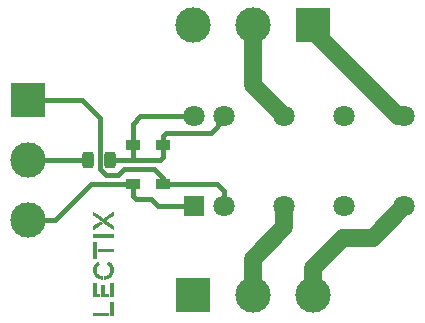
<source format=gtl>
G04 #@! TF.GenerationSoftware,KiCad,Pcbnew,6.0.9-8da3e8f707~116~ubuntu20.04.1*
G04 #@! TF.CreationDate,2023-04-19T17:14:30+00:00*
G04 #@! TF.ProjectId,LEC022001,4c454330-3232-4303-9031-2e6b69636164,rev?*
G04 #@! TF.SameCoordinates,Original*
G04 #@! TF.FileFunction,Copper,L1,Top*
G04 #@! TF.FilePolarity,Positive*
%FSLAX46Y46*%
G04 Gerber Fmt 4.6, Leading zero omitted, Abs format (unit mm)*
G04 Created by KiCad (PCBNEW 6.0.9-8da3e8f707~116~ubuntu20.04.1) date 2023-04-19 17:14:30*
%MOMM*%
%LPD*%
G01*
G04 APERTURE LIST*
G04 Aperture macros list*
%AMRoundRect*
0 Rectangle with rounded corners*
0 $1 Rounding radius*
0 $2 $3 $4 $5 $6 $7 $8 $9 X,Y pos of 4 corners*
0 Add a 4 corners polygon primitive as box body*
4,1,4,$2,$3,$4,$5,$6,$7,$8,$9,$2,$3,0*
0 Add four circle primitives for the rounded corners*
1,1,$1+$1,$2,$3*
1,1,$1+$1,$4,$5*
1,1,$1+$1,$6,$7*
1,1,$1+$1,$8,$9*
0 Add four rect primitives between the rounded corners*
20,1,$1+$1,$2,$3,$4,$5,0*
20,1,$1+$1,$4,$5,$6,$7,0*
20,1,$1+$1,$6,$7,$8,$9,0*
20,1,$1+$1,$8,$9,$2,$3,0*%
G04 Aperture macros list end*
G04 #@! TA.AperFunction,EtchedComponent*
%ADD10C,0.010000*%
G04 #@! TD*
G04 #@! TA.AperFunction,SMDPad,CuDef*
%ADD11R,1.200000X0.900000*%
G04 #@! TD*
G04 #@! TA.AperFunction,ComponentPad*
%ADD12R,3.000000X3.000000*%
G04 #@! TD*
G04 #@! TA.AperFunction,ComponentPad*
%ADD13C,3.000000*%
G04 #@! TD*
G04 #@! TA.AperFunction,ComponentPad*
%ADD14R,1.800000X1.800000*%
G04 #@! TD*
G04 #@! TA.AperFunction,ComponentPad*
%ADD15C,1.800000*%
G04 #@! TD*
G04 #@! TA.AperFunction,SMDPad,CuDef*
%ADD16RoundRect,0.243750X0.243750X0.456250X-0.243750X0.456250X-0.243750X-0.456250X0.243750X-0.456250X0*%
G04 #@! TD*
G04 #@! TA.AperFunction,Conductor*
%ADD17C,0.400000*%
G04 #@! TD*
G04 #@! TA.AperFunction,Conductor*
%ADD18C,1.500000*%
G04 #@! TD*
G04 APERTURE END LIST*
G04 #@! TO.C,LOGO1*
G36*
X95907860Y-93880940D02*
G01*
X96220280Y-93880940D01*
X96220280Y-94104460D01*
X95686880Y-94104460D01*
X95686880Y-93007180D01*
X95907860Y-93007180D01*
X95907860Y-93880940D01*
G37*
D10*
X95907860Y-93880940D02*
X96220280Y-93880940D01*
X96220280Y-94104460D01*
X95686880Y-94104460D01*
X95686880Y-93007180D01*
X95907860Y-93007180D01*
X95907860Y-93880940D01*
G36*
X96267001Y-87769871D02*
G01*
X96273439Y-87773923D01*
X96282779Y-87780183D01*
X96294461Y-87788245D01*
X96307928Y-87797707D01*
X96322622Y-87808162D01*
X96337984Y-87819207D01*
X96353457Y-87830438D01*
X96368483Y-87841449D01*
X96382504Y-87851838D01*
X96394962Y-87861199D01*
X96405298Y-87869128D01*
X96412955Y-87875221D01*
X96417375Y-87879073D01*
X96418247Y-87880190D01*
X96416223Y-87881929D01*
X96410295Y-87886496D01*
X96400671Y-87893736D01*
X96387561Y-87903498D01*
X96371174Y-87915627D01*
X96351719Y-87929971D01*
X96329405Y-87946375D01*
X96304442Y-87964687D01*
X96277037Y-87984753D01*
X96247402Y-88006421D01*
X96215743Y-88029535D01*
X96182272Y-88053944D01*
X96147196Y-88079494D01*
X96110724Y-88106032D01*
X96073067Y-88133404D01*
X96061493Y-88141810D01*
X96023445Y-88169442D01*
X95986468Y-88196293D01*
X95950772Y-88222211D01*
X95916572Y-88247040D01*
X95884081Y-88270626D01*
X95853511Y-88292814D01*
X95825075Y-88313451D01*
X95798985Y-88332382D01*
X95775456Y-88349452D01*
X95754699Y-88364507D01*
X95736927Y-88377392D01*
X95722354Y-88387953D01*
X95711192Y-88396036D01*
X95703654Y-88401486D01*
X95699952Y-88404149D01*
X95699630Y-88404375D01*
X95698417Y-88405123D01*
X95697412Y-88405285D01*
X95696595Y-88404437D01*
X95695947Y-88402156D01*
X95695449Y-88398019D01*
X95695081Y-88391601D01*
X95694823Y-88382478D01*
X95694655Y-88370228D01*
X95694559Y-88354427D01*
X95694514Y-88334651D01*
X95694500Y-88310475D01*
X95694499Y-88293446D01*
X95694500Y-88179032D01*
X95977044Y-87973731D01*
X96010835Y-87949201D01*
X96043537Y-87925507D01*
X96074909Y-87902820D01*
X96104714Y-87881311D01*
X96132711Y-87861152D01*
X96158663Y-87842513D01*
X96182329Y-87825565D01*
X96203470Y-87810480D01*
X96221848Y-87797429D01*
X96237223Y-87786582D01*
X96249356Y-87778111D01*
X96258009Y-87772186D01*
X96262942Y-87768979D01*
X96264021Y-87768430D01*
X96267001Y-87769871D01*
G37*
X96267001Y-87769871D02*
X96273439Y-87773923D01*
X96282779Y-87780183D01*
X96294461Y-87788245D01*
X96307928Y-87797707D01*
X96322622Y-87808162D01*
X96337984Y-87819207D01*
X96353457Y-87830438D01*
X96368483Y-87841449D01*
X96382504Y-87851838D01*
X96394962Y-87861199D01*
X96405298Y-87869128D01*
X96412955Y-87875221D01*
X96417375Y-87879073D01*
X96418247Y-87880190D01*
X96416223Y-87881929D01*
X96410295Y-87886496D01*
X96400671Y-87893736D01*
X96387561Y-87903498D01*
X96371174Y-87915627D01*
X96351719Y-87929971D01*
X96329405Y-87946375D01*
X96304442Y-87964687D01*
X96277037Y-87984753D01*
X96247402Y-88006421D01*
X96215743Y-88029535D01*
X96182272Y-88053944D01*
X96147196Y-88079494D01*
X96110724Y-88106032D01*
X96073067Y-88133404D01*
X96061493Y-88141810D01*
X96023445Y-88169442D01*
X95986468Y-88196293D01*
X95950772Y-88222211D01*
X95916572Y-88247040D01*
X95884081Y-88270626D01*
X95853511Y-88292814D01*
X95825075Y-88313451D01*
X95798985Y-88332382D01*
X95775456Y-88349452D01*
X95754699Y-88364507D01*
X95736927Y-88377392D01*
X95722354Y-88387953D01*
X95711192Y-88396036D01*
X95703654Y-88401486D01*
X95699952Y-88404149D01*
X95699630Y-88404375D01*
X95698417Y-88405123D01*
X95697412Y-88405285D01*
X95696595Y-88404437D01*
X95695947Y-88402156D01*
X95695449Y-88398019D01*
X95695081Y-88391601D01*
X95694823Y-88382478D01*
X95694655Y-88370228D01*
X95694559Y-88354427D01*
X95694514Y-88334651D01*
X95694500Y-88310475D01*
X95694499Y-88293446D01*
X95694500Y-88179032D01*
X95977044Y-87973731D01*
X96010835Y-87949201D01*
X96043537Y-87925507D01*
X96074909Y-87902820D01*
X96104714Y-87881311D01*
X96132711Y-87861152D01*
X96158663Y-87842513D01*
X96182329Y-87825565D01*
X96203470Y-87810480D01*
X96221848Y-87797429D01*
X96237223Y-87786582D01*
X96249356Y-87778111D01*
X96258009Y-87772186D01*
X96262942Y-87768979D01*
X96264021Y-87768430D01*
X96267001Y-87769871D01*
G36*
X97365820Y-89042240D02*
G01*
X95694500Y-89042240D01*
X95694500Y-88821260D01*
X97365820Y-88821260D01*
X97365820Y-89042240D01*
G37*
X97365820Y-89042240D02*
X95694500Y-89042240D01*
X95694500Y-88821260D01*
X97365820Y-88821260D01*
X97365820Y-89042240D01*
G36*
X96629220Y-93880940D02*
G01*
X96972120Y-93880940D01*
X96972120Y-94101920D01*
X96405700Y-94101920D01*
X96405700Y-93121480D01*
X96629220Y-93121480D01*
X96629220Y-93880940D01*
G37*
X96629220Y-93880940D02*
X96972120Y-93880940D01*
X96972120Y-94101920D01*
X96405700Y-94101920D01*
X96405700Y-93121480D01*
X96629220Y-93121480D01*
X96629220Y-93880940D01*
G36*
X96972120Y-95699580D02*
G01*
X95697040Y-95699580D01*
X95697040Y-95478600D01*
X96972120Y-95478600D01*
X96972120Y-95699580D01*
G37*
X96972120Y-95699580D02*
X95697040Y-95699580D01*
X95697040Y-95478600D01*
X96972120Y-95478600D01*
X96972120Y-95699580D01*
G36*
X96119183Y-87237852D02*
G01*
X96160298Y-87267936D01*
X96200325Y-87297213D01*
X96239069Y-87325542D01*
X96276338Y-87352783D01*
X96311940Y-87378794D01*
X96345680Y-87403434D01*
X96377366Y-87426564D01*
X96406806Y-87448043D01*
X96433806Y-87467729D01*
X96458172Y-87485482D01*
X96479713Y-87501161D01*
X96498236Y-87514626D01*
X96513546Y-87525735D01*
X96525452Y-87534349D01*
X96533760Y-87540326D01*
X96538277Y-87543526D01*
X96539087Y-87544054D01*
X96541269Y-87542593D01*
X96547370Y-87538293D01*
X96557192Y-87531297D01*
X96570541Y-87521744D01*
X96587220Y-87509776D01*
X96607032Y-87495535D01*
X96629783Y-87479162D01*
X96655275Y-87460798D01*
X96683314Y-87440584D01*
X96713701Y-87418663D01*
X96746243Y-87395175D01*
X96780742Y-87370261D01*
X96817003Y-87344062D01*
X96854829Y-87316721D01*
X96894025Y-87288378D01*
X96934395Y-87259175D01*
X96950766Y-87247329D01*
X96991564Y-87217810D01*
X97031274Y-87189087D01*
X97069701Y-87161301D01*
X97106647Y-87134595D01*
X97141916Y-87109111D01*
X97175310Y-87084990D01*
X97206635Y-87062374D01*
X97235692Y-87041405D01*
X97262285Y-87022225D01*
X97286218Y-87004975D01*
X97307293Y-86989798D01*
X97325315Y-86976836D01*
X97340086Y-86966230D01*
X97351411Y-86958122D01*
X97359091Y-86952654D01*
X97362932Y-86949967D01*
X97363347Y-86949704D01*
X97363981Y-86951984D01*
X97364522Y-86959178D01*
X97364969Y-86971122D01*
X97365317Y-86987651D01*
X97365563Y-87008600D01*
X97365703Y-87033804D01*
X97365734Y-87062734D01*
X97365649Y-87176610D01*
X97031780Y-87417910D01*
X96995037Y-87444474D01*
X96959426Y-87470235D01*
X96925163Y-87495035D01*
X96892466Y-87518717D01*
X96861550Y-87541124D01*
X96832632Y-87562098D01*
X96805929Y-87581483D01*
X96781658Y-87599120D01*
X96760034Y-87614853D01*
X96741274Y-87628525D01*
X96725596Y-87639977D01*
X96713215Y-87649052D01*
X96704347Y-87655594D01*
X96699211Y-87659444D01*
X96697933Y-87660480D01*
X96699950Y-87662094D01*
X96705854Y-87666545D01*
X96715427Y-87673676D01*
X96728455Y-87683326D01*
X96744722Y-87695339D01*
X96764010Y-87709553D01*
X96786106Y-87725812D01*
X96810791Y-87743956D01*
X96837851Y-87763827D01*
X96867070Y-87785266D01*
X96898231Y-87808113D01*
X96931119Y-87832211D01*
X96965518Y-87857400D01*
X97001211Y-87883523D01*
X97029644Y-87904320D01*
X97066214Y-87931075D01*
X97101667Y-87957035D01*
X97135786Y-87982039D01*
X97168355Y-88005928D01*
X97199156Y-88028542D01*
X97227973Y-88049721D01*
X97254589Y-88069307D01*
X97278787Y-88087137D01*
X97300350Y-88103054D01*
X97319061Y-88116898D01*
X97334704Y-88128507D01*
X97347061Y-88137724D01*
X97355916Y-88144387D01*
X97361051Y-88148338D01*
X97362335Y-88149430D01*
X97362529Y-88152426D01*
X97362680Y-88159975D01*
X97362789Y-88171550D01*
X97362853Y-88186625D01*
X97362870Y-88204673D01*
X97362839Y-88225167D01*
X97362759Y-88247581D01*
X97362672Y-88264352D01*
X97362010Y-88376733D01*
X96533970Y-87770775D01*
X96475907Y-87728283D01*
X96418878Y-87686543D01*
X96363019Y-87645657D01*
X96308469Y-87605724D01*
X96255363Y-87566846D01*
X96203839Y-87529122D01*
X96154036Y-87492653D01*
X96106089Y-87457541D01*
X96060136Y-87423885D01*
X96016314Y-87391786D01*
X95974761Y-87361345D01*
X95935614Y-87332662D01*
X95899011Y-87305838D01*
X95865087Y-87280973D01*
X95833981Y-87258168D01*
X95805831Y-87237523D01*
X95780772Y-87219140D01*
X95758943Y-87203118D01*
X95740481Y-87189559D01*
X95725522Y-87178563D01*
X95714205Y-87170229D01*
X95706667Y-87164660D01*
X95703044Y-87161955D01*
X95702728Y-87161706D01*
X95701936Y-87159871D01*
X95701292Y-87155807D01*
X95700789Y-87149140D01*
X95700418Y-87139496D01*
X95700171Y-87126503D01*
X95700039Y-87109788D01*
X95700016Y-87088976D01*
X95700092Y-87063696D01*
X95700188Y-87045150D01*
X95700850Y-86931704D01*
X96119183Y-87237852D01*
G37*
X96119183Y-87237852D02*
X96160298Y-87267936D01*
X96200325Y-87297213D01*
X96239069Y-87325542D01*
X96276338Y-87352783D01*
X96311940Y-87378794D01*
X96345680Y-87403434D01*
X96377366Y-87426564D01*
X96406806Y-87448043D01*
X96433806Y-87467729D01*
X96458172Y-87485482D01*
X96479713Y-87501161D01*
X96498236Y-87514626D01*
X96513546Y-87525735D01*
X96525452Y-87534349D01*
X96533760Y-87540326D01*
X96538277Y-87543526D01*
X96539087Y-87544054D01*
X96541269Y-87542593D01*
X96547370Y-87538293D01*
X96557192Y-87531297D01*
X96570541Y-87521744D01*
X96587220Y-87509776D01*
X96607032Y-87495535D01*
X96629783Y-87479162D01*
X96655275Y-87460798D01*
X96683314Y-87440584D01*
X96713701Y-87418663D01*
X96746243Y-87395175D01*
X96780742Y-87370261D01*
X96817003Y-87344062D01*
X96854829Y-87316721D01*
X96894025Y-87288378D01*
X96934395Y-87259175D01*
X96950766Y-87247329D01*
X96991564Y-87217810D01*
X97031274Y-87189087D01*
X97069701Y-87161301D01*
X97106647Y-87134595D01*
X97141916Y-87109111D01*
X97175310Y-87084990D01*
X97206635Y-87062374D01*
X97235692Y-87041405D01*
X97262285Y-87022225D01*
X97286218Y-87004975D01*
X97307293Y-86989798D01*
X97325315Y-86976836D01*
X97340086Y-86966230D01*
X97351411Y-86958122D01*
X97359091Y-86952654D01*
X97362932Y-86949967D01*
X97363347Y-86949704D01*
X97363981Y-86951984D01*
X97364522Y-86959178D01*
X97364969Y-86971122D01*
X97365317Y-86987651D01*
X97365563Y-87008600D01*
X97365703Y-87033804D01*
X97365734Y-87062734D01*
X97365649Y-87176610D01*
X97031780Y-87417910D01*
X96995037Y-87444474D01*
X96959426Y-87470235D01*
X96925163Y-87495035D01*
X96892466Y-87518717D01*
X96861550Y-87541124D01*
X96832632Y-87562098D01*
X96805929Y-87581483D01*
X96781658Y-87599120D01*
X96760034Y-87614853D01*
X96741274Y-87628525D01*
X96725596Y-87639977D01*
X96713215Y-87649052D01*
X96704347Y-87655594D01*
X96699211Y-87659444D01*
X96697933Y-87660480D01*
X96699950Y-87662094D01*
X96705854Y-87666545D01*
X96715427Y-87673676D01*
X96728455Y-87683326D01*
X96744722Y-87695339D01*
X96764010Y-87709553D01*
X96786106Y-87725812D01*
X96810791Y-87743956D01*
X96837851Y-87763827D01*
X96867070Y-87785266D01*
X96898231Y-87808113D01*
X96931119Y-87832211D01*
X96965518Y-87857400D01*
X97001211Y-87883523D01*
X97029644Y-87904320D01*
X97066214Y-87931075D01*
X97101667Y-87957035D01*
X97135786Y-87982039D01*
X97168355Y-88005928D01*
X97199156Y-88028542D01*
X97227973Y-88049721D01*
X97254589Y-88069307D01*
X97278787Y-88087137D01*
X97300350Y-88103054D01*
X97319061Y-88116898D01*
X97334704Y-88128507D01*
X97347061Y-88137724D01*
X97355916Y-88144387D01*
X97361051Y-88148338D01*
X97362335Y-88149430D01*
X97362529Y-88152426D01*
X97362680Y-88159975D01*
X97362789Y-88171550D01*
X97362853Y-88186625D01*
X97362870Y-88204673D01*
X97362839Y-88225167D01*
X97362759Y-88247581D01*
X97362672Y-88264352D01*
X97362010Y-88376733D01*
X96533970Y-87770775D01*
X96475907Y-87728283D01*
X96418878Y-87686543D01*
X96363019Y-87645657D01*
X96308469Y-87605724D01*
X96255363Y-87566846D01*
X96203839Y-87529122D01*
X96154036Y-87492653D01*
X96106089Y-87457541D01*
X96060136Y-87423885D01*
X96016314Y-87391786D01*
X95974761Y-87361345D01*
X95935614Y-87332662D01*
X95899011Y-87305838D01*
X95865087Y-87280973D01*
X95833981Y-87258168D01*
X95805831Y-87237523D01*
X95780772Y-87219140D01*
X95758943Y-87203118D01*
X95740481Y-87189559D01*
X95725522Y-87178563D01*
X95714205Y-87170229D01*
X95706667Y-87164660D01*
X95703044Y-87161955D01*
X95702728Y-87161706D01*
X95701936Y-87159871D01*
X95701292Y-87155807D01*
X95700789Y-87149140D01*
X95700418Y-87139496D01*
X95700171Y-87126503D01*
X95700039Y-87109788D01*
X95700016Y-87088976D01*
X95700092Y-87063696D01*
X95700188Y-87045150D01*
X95700850Y-86931704D01*
X96119183Y-87237852D01*
G36*
X96982864Y-91164350D02*
G01*
X96988246Y-91166764D01*
X96996130Y-91171171D01*
X97007022Y-91177839D01*
X97021432Y-91187037D01*
X97026730Y-91190468D01*
X97077247Y-91226255D01*
X97124456Y-91265767D01*
X97168181Y-91308747D01*
X97208245Y-91354939D01*
X97244473Y-91404085D01*
X97276690Y-91455929D01*
X97304719Y-91510214D01*
X97328386Y-91566683D01*
X97347513Y-91625078D01*
X97360608Y-91678614D01*
X97364715Y-91699549D01*
X97367937Y-91718693D01*
X97370387Y-91737214D01*
X97372177Y-91756279D01*
X97373419Y-91777056D01*
X97374226Y-91800714D01*
X97374665Y-91824810D01*
X97374860Y-91843035D01*
X97374960Y-91859929D01*
X97374966Y-91874719D01*
X97374880Y-91886633D01*
X97374704Y-91894897D01*
X97374485Y-91898470D01*
X97373741Y-91904358D01*
X97372630Y-91913690D01*
X97371341Y-91924862D01*
X97370735Y-91930220D01*
X97362047Y-91985997D01*
X97348574Y-92041993D01*
X97330545Y-92097599D01*
X97308188Y-92152206D01*
X97281731Y-92205203D01*
X97251401Y-92255981D01*
X97245955Y-92264230D01*
X97225098Y-92294202D01*
X97204653Y-92320956D01*
X97183317Y-92346058D01*
X97159790Y-92371073D01*
X97144501Y-92386282D01*
X97097656Y-92428480D01*
X97048179Y-92466384D01*
X96996236Y-92499914D01*
X96941994Y-92528986D01*
X96885618Y-92553518D01*
X96827274Y-92573426D01*
X96767129Y-92588629D01*
X96721477Y-92596813D01*
X96712261Y-92598020D01*
X96699810Y-92599423D01*
X96685307Y-92600913D01*
X96669937Y-92602382D01*
X96654885Y-92603719D01*
X96641334Y-92604815D01*
X96630470Y-92605562D01*
X96623505Y-92605850D01*
X96623107Y-92603398D01*
X96622738Y-92596379D01*
X96622405Y-92585308D01*
X96622119Y-92570696D01*
X96621886Y-92553059D01*
X96621717Y-92532909D01*
X96621620Y-92510759D01*
X96621600Y-92494481D01*
X96621600Y-92383101D01*
X96655255Y-92381598D01*
X96704642Y-92376880D01*
X96753391Y-92367286D01*
X96801126Y-92353012D01*
X96847472Y-92334257D01*
X96892055Y-92311216D01*
X96934500Y-92284087D01*
X96974432Y-92253067D01*
X97011476Y-92218352D01*
X97045258Y-92180140D01*
X97050066Y-92174060D01*
X97078193Y-92133962D01*
X97102754Y-92090655D01*
X97123491Y-92044786D01*
X97140147Y-91997001D01*
X97152466Y-91947946D01*
X97160191Y-91898267D01*
X97160331Y-91896939D01*
X97161812Y-91875583D01*
X97162277Y-91850988D01*
X97161784Y-91824830D01*
X97160393Y-91798784D01*
X97158161Y-91774525D01*
X97155369Y-91754960D01*
X97143968Y-91704580D01*
X97128011Y-91655829D01*
X97107722Y-91609027D01*
X97083326Y-91564494D01*
X97055050Y-91522553D01*
X97023119Y-91483523D01*
X96987757Y-91447725D01*
X96949189Y-91415479D01*
X96907642Y-91387107D01*
X96889570Y-91376541D01*
X96881866Y-91372236D01*
X96876162Y-91369023D01*
X96873660Y-91367581D01*
X96873648Y-91367572D01*
X96874589Y-91365282D01*
X96877586Y-91359034D01*
X96882356Y-91349378D01*
X96888617Y-91336866D01*
X96896087Y-91322050D01*
X96904484Y-91305482D01*
X96913526Y-91287712D01*
X96922930Y-91269291D01*
X96932414Y-91250773D01*
X96941697Y-91232708D01*
X96950496Y-91215647D01*
X96958530Y-91200143D01*
X96965515Y-91186746D01*
X96971170Y-91176008D01*
X96975212Y-91168481D01*
X96977360Y-91164716D01*
X96977574Y-91164421D01*
X96979476Y-91163658D01*
X96982864Y-91164350D01*
G37*
X96982864Y-91164350D02*
X96988246Y-91166764D01*
X96996130Y-91171171D01*
X97007022Y-91177839D01*
X97021432Y-91187037D01*
X97026730Y-91190468D01*
X97077247Y-91226255D01*
X97124456Y-91265767D01*
X97168181Y-91308747D01*
X97208245Y-91354939D01*
X97244473Y-91404085D01*
X97276690Y-91455929D01*
X97304719Y-91510214D01*
X97328386Y-91566683D01*
X97347513Y-91625078D01*
X97360608Y-91678614D01*
X97364715Y-91699549D01*
X97367937Y-91718693D01*
X97370387Y-91737214D01*
X97372177Y-91756279D01*
X97373419Y-91777056D01*
X97374226Y-91800714D01*
X97374665Y-91824810D01*
X97374860Y-91843035D01*
X97374960Y-91859929D01*
X97374966Y-91874719D01*
X97374880Y-91886633D01*
X97374704Y-91894897D01*
X97374485Y-91898470D01*
X97373741Y-91904358D01*
X97372630Y-91913690D01*
X97371341Y-91924862D01*
X97370735Y-91930220D01*
X97362047Y-91985997D01*
X97348574Y-92041993D01*
X97330545Y-92097599D01*
X97308188Y-92152206D01*
X97281731Y-92205203D01*
X97251401Y-92255981D01*
X97245955Y-92264230D01*
X97225098Y-92294202D01*
X97204653Y-92320956D01*
X97183317Y-92346058D01*
X97159790Y-92371073D01*
X97144501Y-92386282D01*
X97097656Y-92428480D01*
X97048179Y-92466384D01*
X96996236Y-92499914D01*
X96941994Y-92528986D01*
X96885618Y-92553518D01*
X96827274Y-92573426D01*
X96767129Y-92588629D01*
X96721477Y-92596813D01*
X96712261Y-92598020D01*
X96699810Y-92599423D01*
X96685307Y-92600913D01*
X96669937Y-92602382D01*
X96654885Y-92603719D01*
X96641334Y-92604815D01*
X96630470Y-92605562D01*
X96623505Y-92605850D01*
X96623107Y-92603398D01*
X96622738Y-92596379D01*
X96622405Y-92585308D01*
X96622119Y-92570696D01*
X96621886Y-92553059D01*
X96621717Y-92532909D01*
X96621620Y-92510759D01*
X96621600Y-92494481D01*
X96621600Y-92383101D01*
X96655255Y-92381598D01*
X96704642Y-92376880D01*
X96753391Y-92367286D01*
X96801126Y-92353012D01*
X96847472Y-92334257D01*
X96892055Y-92311216D01*
X96934500Y-92284087D01*
X96974432Y-92253067D01*
X97011476Y-92218352D01*
X97045258Y-92180140D01*
X97050066Y-92174060D01*
X97078193Y-92133962D01*
X97102754Y-92090655D01*
X97123491Y-92044786D01*
X97140147Y-91997001D01*
X97152466Y-91947946D01*
X97160191Y-91898267D01*
X97160331Y-91896939D01*
X97161812Y-91875583D01*
X97162277Y-91850988D01*
X97161784Y-91824830D01*
X97160393Y-91798784D01*
X97158161Y-91774525D01*
X97155369Y-91754960D01*
X97143968Y-91704580D01*
X97128011Y-91655829D01*
X97107722Y-91609027D01*
X97083326Y-91564494D01*
X97055050Y-91522553D01*
X97023119Y-91483523D01*
X96987757Y-91447725D01*
X96949189Y-91415479D01*
X96907642Y-91387107D01*
X96889570Y-91376541D01*
X96881866Y-91372236D01*
X96876162Y-91369023D01*
X96873660Y-91367581D01*
X96873648Y-91367572D01*
X96874589Y-91365282D01*
X96877586Y-91359034D01*
X96882356Y-91349378D01*
X96888617Y-91336866D01*
X96896087Y-91322050D01*
X96904484Y-91305482D01*
X96913526Y-91287712D01*
X96922930Y-91269291D01*
X96932414Y-91250773D01*
X96941697Y-91232708D01*
X96950496Y-91215647D01*
X96958530Y-91200143D01*
X96965515Y-91186746D01*
X96971170Y-91176008D01*
X96975212Y-91168481D01*
X96977360Y-91164716D01*
X96977574Y-91164421D01*
X96979476Y-91163658D01*
X96982864Y-91164350D01*
G36*
X97365820Y-90289380D02*
G01*
X96083120Y-90289380D01*
X96083120Y-90068400D01*
X97365820Y-90068400D01*
X97365820Y-90289380D01*
G37*
X97365820Y-90289380D02*
X96083120Y-90289380D01*
X96083120Y-90068400D01*
X97365820Y-90068400D01*
X97365820Y-90289380D01*
G36*
X97373440Y-94099380D02*
G01*
X97149920Y-94099380D01*
X97149920Y-93007180D01*
X97373440Y-93007180D01*
X97373440Y-94099380D01*
G37*
X97373440Y-94099380D02*
X97149920Y-94099380D01*
X97149920Y-93007180D01*
X97373440Y-93007180D01*
X97373440Y-94099380D01*
G36*
X96068046Y-91200073D02*
G01*
X96069794Y-91202384D01*
X96073936Y-91208416D01*
X96080116Y-91217624D01*
X96087976Y-91229459D01*
X96097159Y-91243373D01*
X96107308Y-91258819D01*
X96118066Y-91275250D01*
X96129075Y-91292117D01*
X96139979Y-91308873D01*
X96150419Y-91324971D01*
X96160039Y-91339862D01*
X96168482Y-91353000D01*
X96175390Y-91363835D01*
X96180407Y-91371822D01*
X96183174Y-91376412D01*
X96183584Y-91377206D01*
X96182718Y-91380032D01*
X96178095Y-91384095D01*
X96169339Y-91389695D01*
X96163914Y-91392816D01*
X96136428Y-91409911D01*
X96108002Y-91430573D01*
X96079852Y-91453771D01*
X96053197Y-91478472D01*
X96029254Y-91503644D01*
X96019140Y-91515520D01*
X95989172Y-91556154D01*
X95963127Y-91599753D01*
X95941226Y-91645804D01*
X95923690Y-91693792D01*
X95910740Y-91743203D01*
X95903813Y-91783548D01*
X95901768Y-91805054D01*
X95900722Y-91829779D01*
X95900637Y-91856240D01*
X95901480Y-91882955D01*
X95903214Y-91908443D01*
X95905804Y-91931221D01*
X95907603Y-91942174D01*
X95919608Y-91992714D01*
X95936099Y-92041225D01*
X95956857Y-92087466D01*
X95981666Y-92131196D01*
X96010308Y-92172174D01*
X96042566Y-92210159D01*
X96078223Y-92244910D01*
X96117062Y-92276186D01*
X96158864Y-92303748D01*
X96203413Y-92327352D01*
X96250492Y-92346760D01*
X96281621Y-92356801D01*
X96326052Y-92367444D01*
X96372105Y-92374072D01*
X96410145Y-92376568D01*
X96451420Y-92377972D01*
X96451420Y-92598969D01*
X96406335Y-92597493D01*
X96346765Y-92593049D01*
X96288219Y-92583761D01*
X96230945Y-92569804D01*
X96175192Y-92551357D01*
X96121206Y-92528595D01*
X96069239Y-92501694D01*
X96019537Y-92470832D01*
X95972349Y-92436184D01*
X95927923Y-92397927D01*
X95886510Y-92356238D01*
X95848355Y-92311292D01*
X95813709Y-92263267D01*
X95782820Y-92212339D01*
X95755936Y-92158684D01*
X95742046Y-92125800D01*
X95723465Y-92072923D01*
X95708763Y-92018211D01*
X95697716Y-91960795D01*
X95695434Y-91945460D01*
X95693688Y-91929281D01*
X95692339Y-91909218D01*
X95691399Y-91886456D01*
X95690875Y-91862175D01*
X95690777Y-91837559D01*
X95691115Y-91813791D01*
X95691898Y-91792051D01*
X95693135Y-91773524D01*
X95694013Y-91765120D01*
X95704111Y-91703464D01*
X95718858Y-91643518D01*
X95738120Y-91585498D01*
X95761760Y-91529620D01*
X95789642Y-91476099D01*
X95821632Y-91425150D01*
X95857592Y-91376988D01*
X95897388Y-91331829D01*
X95940884Y-91289889D01*
X95987944Y-91251383D01*
X96038433Y-91216525D01*
X96040462Y-91215247D01*
X96050604Y-91209050D01*
X96059176Y-91204127D01*
X96065284Y-91200968D01*
X96068034Y-91200067D01*
X96068046Y-91200073D01*
G37*
X96068046Y-91200073D02*
X96069794Y-91202384D01*
X96073936Y-91208416D01*
X96080116Y-91217624D01*
X96087976Y-91229459D01*
X96097159Y-91243373D01*
X96107308Y-91258819D01*
X96118066Y-91275250D01*
X96129075Y-91292117D01*
X96139979Y-91308873D01*
X96150419Y-91324971D01*
X96160039Y-91339862D01*
X96168482Y-91353000D01*
X96175390Y-91363835D01*
X96180407Y-91371822D01*
X96183174Y-91376412D01*
X96183584Y-91377206D01*
X96182718Y-91380032D01*
X96178095Y-91384095D01*
X96169339Y-91389695D01*
X96163914Y-91392816D01*
X96136428Y-91409911D01*
X96108002Y-91430573D01*
X96079852Y-91453771D01*
X96053197Y-91478472D01*
X96029254Y-91503644D01*
X96019140Y-91515520D01*
X95989172Y-91556154D01*
X95963127Y-91599753D01*
X95941226Y-91645804D01*
X95923690Y-91693792D01*
X95910740Y-91743203D01*
X95903813Y-91783548D01*
X95901768Y-91805054D01*
X95900722Y-91829779D01*
X95900637Y-91856240D01*
X95901480Y-91882955D01*
X95903214Y-91908443D01*
X95905804Y-91931221D01*
X95907603Y-91942174D01*
X95919608Y-91992714D01*
X95936099Y-92041225D01*
X95956857Y-92087466D01*
X95981666Y-92131196D01*
X96010308Y-92172174D01*
X96042566Y-92210159D01*
X96078223Y-92244910D01*
X96117062Y-92276186D01*
X96158864Y-92303748D01*
X96203413Y-92327352D01*
X96250492Y-92346760D01*
X96281621Y-92356801D01*
X96326052Y-92367444D01*
X96372105Y-92374072D01*
X96410145Y-92376568D01*
X96451420Y-92377972D01*
X96451420Y-92598969D01*
X96406335Y-92597493D01*
X96346765Y-92593049D01*
X96288219Y-92583761D01*
X96230945Y-92569804D01*
X96175192Y-92551357D01*
X96121206Y-92528595D01*
X96069239Y-92501694D01*
X96019537Y-92470832D01*
X95972349Y-92436184D01*
X95927923Y-92397927D01*
X95886510Y-92356238D01*
X95848355Y-92311292D01*
X95813709Y-92263267D01*
X95782820Y-92212339D01*
X95755936Y-92158684D01*
X95742046Y-92125800D01*
X95723465Y-92072923D01*
X95708763Y-92018211D01*
X95697716Y-91960795D01*
X95695434Y-91945460D01*
X95693688Y-91929281D01*
X95692339Y-91909218D01*
X95691399Y-91886456D01*
X95690875Y-91862175D01*
X95690777Y-91837559D01*
X95691115Y-91813791D01*
X95691898Y-91792051D01*
X95693135Y-91773524D01*
X95694013Y-91765120D01*
X95704111Y-91703464D01*
X95718858Y-91643518D01*
X95738120Y-91585498D01*
X95761760Y-91529620D01*
X95789642Y-91476099D01*
X95821632Y-91425150D01*
X95857592Y-91376988D01*
X95897388Y-91331829D01*
X95940884Y-91289889D01*
X95987944Y-91251383D01*
X96038433Y-91216525D01*
X96040462Y-91215247D01*
X96050604Y-91209050D01*
X96059176Y-91204127D01*
X96065284Y-91200968D01*
X96068034Y-91200067D01*
X96068046Y-91200073D01*
G36*
X95915480Y-90858340D02*
G01*
X95694500Y-90858340D01*
X95694500Y-89489280D01*
X95915480Y-89489280D01*
X95915480Y-90858340D01*
G37*
X95915480Y-90858340D02*
X95694500Y-90858340D01*
X95694500Y-89489280D01*
X95915480Y-89489280D01*
X95915480Y-90858340D01*
G36*
X97373440Y-95699580D02*
G01*
X97149920Y-95699580D01*
X97149920Y-94551500D01*
X97373440Y-94551500D01*
X97373440Y-95699580D01*
G37*
X97373440Y-95699580D02*
X97149920Y-95699580D01*
X97149920Y-94551500D01*
X97373440Y-94551500D01*
X97373440Y-95699580D01*
G04 #@! TD*
D11*
G04 #@! TO.P,D1,1*
G04 #@! TO.N,/S*
X99060000Y-84580000D03*
G04 #@! TO.P,D1,2*
G04 #@! TO.N,Net-(D1-Pad2)*
X99060000Y-81280000D03*
G04 #@! TD*
G04 #@! TO.P,D2,1*
G04 #@! TO.N,/R*
X101600000Y-84580000D03*
G04 #@! TO.P,D2,2*
G04 #@! TO.N,Net-(D1-Pad2)*
X101600000Y-81280000D03*
G04 #@! TD*
D12*
G04 #@! TO.P,J2,1*
G04 #@! TO.N,/R1*
X104140000Y-93980000D03*
D13*
G04 #@! TO.P,J2,2*
G04 #@! TO.N,/C1*
X109220000Y-93980000D03*
G04 #@! TO.P,J2,3*
G04 #@! TO.N,/S1*
X114300000Y-93980000D03*
G04 #@! TD*
D12*
G04 #@! TO.P,J3,1*
G04 #@! TO.N,/S2*
X114300000Y-71120000D03*
D13*
G04 #@! TO.P,J3,2*
G04 #@! TO.N,/C2*
X109220000Y-71120000D03*
G04 #@! TO.P,J3,3*
G04 #@! TO.N,/R2*
X104140000Y-71120000D03*
G04 #@! TD*
D14*
G04 #@! TO.P,K1,1*
G04 #@! TO.N,/S*
X104267000Y-86487000D03*
D15*
G04 #@! TO.P,K1,2*
G04 #@! TO.N,/R*
X106807000Y-86487000D03*
G04 #@! TO.P,K1,4*
G04 #@! TO.N,/C1*
X111887000Y-86487000D03*
G04 #@! TO.P,K1,6*
G04 #@! TO.N,/R1*
X116967000Y-86487000D03*
G04 #@! TO.P,K1,8*
G04 #@! TO.N,/S1*
X122047000Y-86487000D03*
G04 #@! TO.P,K1,9*
G04 #@! TO.N,/S2*
X122047000Y-78867000D03*
G04 #@! TO.P,K1,11*
G04 #@! TO.N,/R2*
X116967000Y-78867000D03*
G04 #@! TO.P,K1,13*
G04 #@! TO.N,/C2*
X111887000Y-78867000D03*
G04 #@! TO.P,K1,15*
G04 #@! TO.N,Net-(D1-Pad2)*
X106807000Y-78867000D03*
G04 #@! TO.P,K1,16*
X104267000Y-78867000D03*
G04 #@! TD*
D12*
G04 #@! TO.P,J1,1*
G04 #@! TO.N,/R*
X90170000Y-77470000D03*
D13*
G04 #@! TO.P,J1,2*
G04 #@! TO.N,/C*
X90170000Y-82550000D03*
G04 #@! TO.P,J1,3*
G04 #@! TO.N,/S*
X90170000Y-87630000D03*
G04 #@! TD*
D16*
G04 #@! TO.P,R1,1*
G04 #@! TO.N,Net-(D1-Pad2)*
X97125000Y-82550000D03*
G04 #@! TO.P,R1,2*
G04 #@! TO.N,/C*
X95250000Y-82550000D03*
G04 #@! TD*
D17*
G04 #@! TO.N,Net-(D1-Pad2)*
X106807000Y-78867000D02*
X106807000Y-79121000D01*
X101854000Y-80264000D02*
X101600000Y-80518000D01*
X106807000Y-79121000D02*
X105664000Y-80264000D01*
X101346000Y-82550000D02*
X101600000Y-82296000D01*
X97125000Y-82550000D02*
X99060000Y-82550000D01*
X104267000Y-78867000D02*
X99695000Y-78867000D01*
X101600000Y-82296000D02*
X101600000Y-81280000D01*
X99060000Y-79502000D02*
X99060000Y-81280000D01*
X105664000Y-80264000D02*
X101854000Y-80264000D01*
X99060000Y-81280000D02*
X99060000Y-82550000D01*
X99060000Y-82550000D02*
X101346000Y-82550000D01*
X99695000Y-78867000D02*
X99060000Y-79502000D01*
X101600000Y-80518000D02*
X101600000Y-81280000D01*
G04 #@! TO.N,/S*
X101219000Y-86487000D02*
X100584000Y-85852000D01*
X90170000Y-87630000D02*
X92456000Y-87630000D01*
X95506000Y-84580000D02*
X99060000Y-84580000D01*
X104267000Y-86487000D02*
X101219000Y-86487000D01*
X99314000Y-85852000D02*
X99060000Y-85598000D01*
X99060000Y-85598000D02*
X99060000Y-84580000D01*
X92456000Y-87630000D02*
X95506000Y-84580000D01*
X100584000Y-85852000D02*
X99314000Y-85852000D01*
G04 #@! TO.N,/R*
X106807000Y-85217000D02*
X106170000Y-84580000D01*
X96237490Y-83283490D02*
X96237490Y-78965490D01*
X101600000Y-84074000D02*
X100838000Y-83312000D01*
X94742000Y-77470000D02*
X90170000Y-77470000D01*
X97790000Y-83820000D02*
X96774000Y-83820000D01*
X96774000Y-83820000D02*
X96237490Y-83283490D01*
X101600000Y-84580000D02*
X101600000Y-84074000D01*
X106170000Y-84580000D02*
X101600000Y-84580000D01*
X106807000Y-86487000D02*
X106807000Y-85217000D01*
X100838000Y-83312000D02*
X98298000Y-83312000D01*
X98298000Y-83312000D02*
X97790000Y-83820000D01*
X96237490Y-78965490D02*
X94742000Y-77470000D01*
G04 #@! TO.N,/C*
X90170000Y-82550000D02*
X95250000Y-82550000D01*
D18*
G04 #@! TO.N,/S1*
X114300000Y-91694000D02*
X116840000Y-89154000D01*
X119380000Y-89154000D02*
X122047000Y-86487000D01*
X114300000Y-93980000D02*
X114300000Y-91694000D01*
X116840000Y-89154000D02*
X119380000Y-89154000D01*
G04 #@! TO.N,/C1*
X111887000Y-88265000D02*
X111887000Y-86487000D01*
X109220000Y-93980000D02*
X109220000Y-90932000D01*
X109220000Y-90932000D02*
X111887000Y-88265000D01*
G04 #@! TO.N,/S2*
X121539000Y-78867000D02*
X122047000Y-78867000D01*
X114300000Y-71120000D02*
X114300000Y-71628000D01*
X114300000Y-71628000D02*
X121539000Y-78867000D01*
G04 #@! TO.N,/C2*
X109220000Y-76200000D02*
X111887000Y-78867000D01*
X109220000Y-71120000D02*
X109220000Y-76200000D01*
G04 #@! TD*
M02*

</source>
